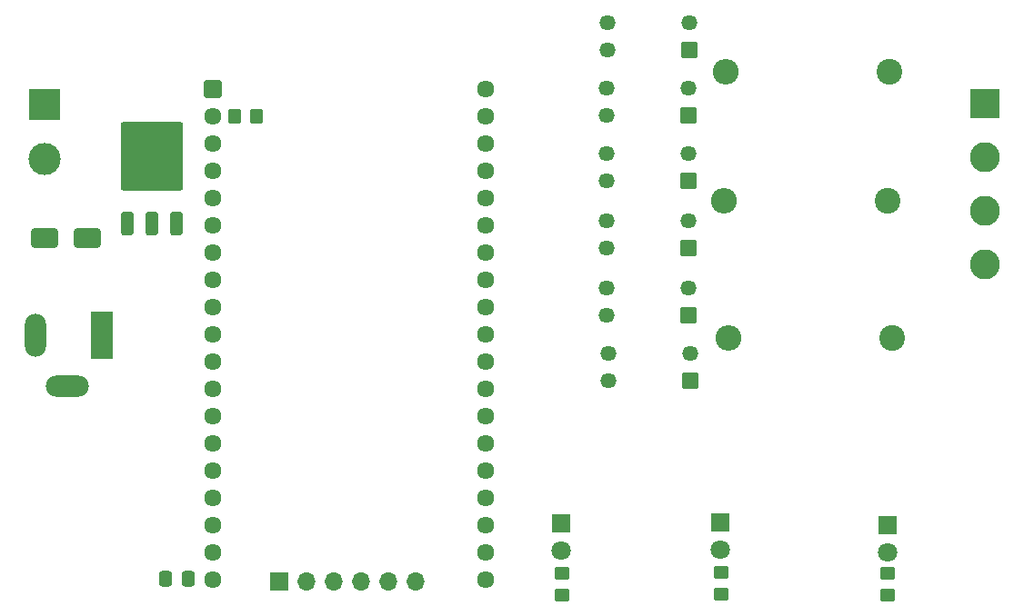
<source format=gbr>
%TF.GenerationSoftware,KiCad,Pcbnew,8.0.7*%
%TF.CreationDate,2025-06-01T16:35:16+09:00*%
%TF.ProjectId,ESP32 RST Monitoring,45535033-3220-4525-9354-204d6f6e6974,rev?*%
%TF.SameCoordinates,Original*%
%TF.FileFunction,Soldermask,Bot*%
%TF.FilePolarity,Negative*%
%FSLAX46Y46*%
G04 Gerber Fmt 4.6, Leading zero omitted, Abs format (unit mm)*
G04 Created by KiCad (PCBNEW 8.0.7) date 2025-06-01 16:35:16*
%MOMM*%
%LPD*%
G01*
G04 APERTURE LIST*
G04 Aperture macros list*
%AMRoundRect*
0 Rectangle with rounded corners*
0 $1 Rounding radius*
0 $2 $3 $4 $5 $6 $7 $8 $9 X,Y pos of 4 corners*
0 Add a 4 corners polygon primitive as box body*
4,1,4,$2,$3,$4,$5,$6,$7,$8,$9,$2,$3,0*
0 Add four circle primitives for the rounded corners*
1,1,$1+$1,$2,$3*
1,1,$1+$1,$4,$5*
1,1,$1+$1,$6,$7*
1,1,$1+$1,$8,$9*
0 Add four rect primitives between the rounded corners*
20,1,$1+$1,$2,$3,$4,$5,0*
20,1,$1+$1,$4,$5,$6,$7,0*
20,1,$1+$1,$6,$7,$8,$9,0*
20,1,$1+$1,$8,$9,$2,$3,0*%
G04 Aperture macros list end*
%ADD10R,2.800000X2.800000*%
%ADD11C,2.800000*%
%ADD12RoundRect,0.102000X0.630000X0.630000X-0.630000X0.630000X-0.630000X-0.630000X0.630000X-0.630000X0*%
%ADD13C,1.464000*%
%ADD14R,1.800000X1.800000*%
%ADD15C,1.800000*%
%ADD16RoundRect,0.102000X-0.704000X-0.704000X0.704000X-0.704000X0.704000X0.704000X-0.704000X0.704000X0*%
%ADD17C,1.612000*%
%ADD18R,3.000000X3.000000*%
%ADD19C,3.000000*%
%ADD20C,2.400000*%
%ADD21O,2.400000X2.400000*%
%ADD22R,2.000000X4.500000*%
%ADD23O,2.000000X4.000000*%
%ADD24O,4.000000X2.000000*%
%ADD25RoundRect,0.250000X1.000000X0.650000X-1.000000X0.650000X-1.000000X-0.650000X1.000000X-0.650000X0*%
%ADD26RoundRect,0.250000X0.350000X-0.850000X0.350000X0.850000X-0.350000X0.850000X-0.350000X-0.850000X0*%
%ADD27RoundRect,0.249997X2.650003X-2.950003X2.650003X2.950003X-2.650003X2.950003X-2.650003X-2.950003X0*%
%ADD28RoundRect,0.250000X-0.450000X0.350000X-0.450000X-0.350000X0.450000X-0.350000X0.450000X0.350000X0*%
%ADD29RoundRect,0.250000X0.337500X0.475000X-0.337500X0.475000X-0.337500X-0.475000X0.337500X-0.475000X0*%
%ADD30R,1.700000X1.700000*%
%ADD31O,1.700000X1.700000*%
%ADD32RoundRect,0.250000X0.350000X0.450000X-0.350000X0.450000X-0.350000X-0.450000X0.350000X-0.450000X0*%
G04 APERTURE END LIST*
D10*
%TO.C,J3*%
X197916800Y-71360000D03*
D11*
X197916800Y-76360000D03*
X197916800Y-81360000D03*
X197916800Y-86360000D03*
%TD*%
D12*
%TO.C,Q1*%
X170354700Y-91161200D03*
D13*
X170354700Y-88621200D03*
X162734700Y-88621200D03*
X162734700Y-91161200D03*
%TD*%
D14*
%TO.C,D2*%
X158521400Y-110515400D03*
D15*
X158521400Y-113055400D03*
%TD*%
D14*
%TO.C,D4*%
X188849000Y-110718600D03*
D15*
X188849000Y-113258600D03*
%TD*%
D12*
%TO.C,Q4*%
X170329300Y-84886800D03*
D13*
X170329300Y-82346800D03*
X162709300Y-82346800D03*
X162709300Y-84886800D03*
%TD*%
D12*
%TO.C,Q6*%
X170484800Y-97205800D03*
D13*
X170484800Y-94665800D03*
X162864800Y-94665800D03*
X162864800Y-97205800D03*
%TD*%
D16*
%TO.C,U2*%
X126034800Y-70053200D03*
D17*
X126034800Y-72593200D03*
X126034800Y-75133200D03*
X126034800Y-77673200D03*
X126034800Y-80213200D03*
X126034800Y-82753200D03*
X126034800Y-85293200D03*
X126034800Y-87833200D03*
X126034800Y-90373200D03*
X126034800Y-92913200D03*
X126034800Y-95453200D03*
X126034800Y-97993200D03*
X126034800Y-100533200D03*
X126034800Y-103073200D03*
X126034800Y-105613200D03*
X126034800Y-108153200D03*
X126034800Y-110693200D03*
X126034800Y-113233200D03*
X126034800Y-115773200D03*
X151434800Y-70053200D03*
X151434800Y-72593200D03*
X151434800Y-75133200D03*
X151434800Y-77673200D03*
X151434800Y-80213200D03*
X151434800Y-82753200D03*
X151434800Y-85293200D03*
X151434800Y-87833200D03*
X151434800Y-90373200D03*
X151434800Y-92913200D03*
X151434800Y-95453200D03*
X151434800Y-97993200D03*
X151434800Y-100533200D03*
X151434800Y-103073200D03*
X151434800Y-105613200D03*
X151434800Y-108153200D03*
X151434800Y-110693200D03*
X151434800Y-113233200D03*
X151434800Y-115773200D03*
%TD*%
D12*
%TO.C,Q3*%
X170456300Y-66369600D03*
D13*
X170456300Y-63829600D03*
X162836300Y-63829600D03*
X162836300Y-66369600D03*
%TD*%
D18*
%TO.C,J1*%
X110363000Y-71475600D03*
D19*
X110363000Y-76555600D03*
%TD*%
D20*
%TO.C,R3*%
X189280800Y-93268800D03*
D21*
X174040800Y-93268800D03*
%TD*%
D20*
%TO.C,R4*%
X189077600Y-68453000D03*
D21*
X173837600Y-68453000D03*
%TD*%
D22*
%TO.C,J2*%
X115724800Y-93014800D03*
D23*
X109524800Y-93014800D03*
D24*
X112524800Y-97714800D03*
%TD*%
D20*
%TO.C,R2*%
X188899800Y-80492600D03*
D21*
X173659800Y-80492600D03*
%TD*%
D12*
%TO.C,Q5*%
X170383200Y-72466200D03*
D13*
X170383200Y-69926200D03*
X162763200Y-69926200D03*
X162763200Y-72466200D03*
%TD*%
D14*
%TO.C,D3*%
X173304200Y-110434200D03*
D15*
X173304200Y-112974200D03*
%TD*%
D12*
%TO.C,Q2*%
X170329300Y-78613000D03*
D13*
X170329300Y-76073000D03*
X162709300Y-76073000D03*
X162709300Y-78613000D03*
%TD*%
D25*
%TO.C,D1*%
X114369600Y-83921600D03*
X110369600Y-83921600D03*
%TD*%
D26*
%TO.C,U1*%
X122707400Y-82600800D03*
X120427400Y-82600800D03*
D27*
X120427400Y-76300800D03*
D26*
X118147400Y-82600800D03*
%TD*%
D28*
%TO.C,R7*%
X188849000Y-115179600D03*
X188849000Y-117179600D03*
%TD*%
%TO.C,R5*%
X158572200Y-115159200D03*
X158572200Y-117159200D03*
%TD*%
D29*
%TO.C,C3*%
X123770300Y-115671600D03*
X121695300Y-115671600D03*
%TD*%
D28*
%TO.C,R6*%
X173355000Y-115078000D03*
X173355000Y-117078000D03*
%TD*%
D30*
%TO.C,J4*%
X132232000Y-115931400D03*
D31*
X134772000Y-115931400D03*
X137312000Y-115931400D03*
X139852000Y-115931400D03*
X142392000Y-115931400D03*
X144932000Y-115931400D03*
%TD*%
D32*
%TO.C,R1*%
X130133600Y-72618600D03*
X128133600Y-72618600D03*
%TD*%
M02*

</source>
